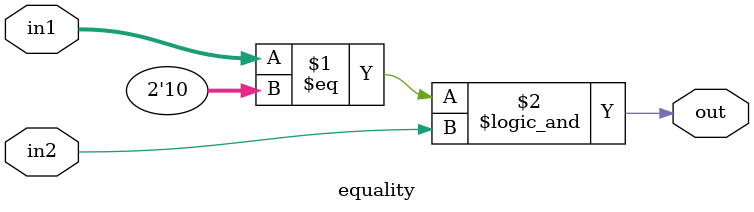
<source format=v>
module equality(out, in1, in2);
    input [1:0 ]in1;
    input in2;
    output out;
   // assign in1 = 2'b10;
   // assign in2 = 1;
    assign out = in1 == 2'b10 && in2;
endmodule

</source>
